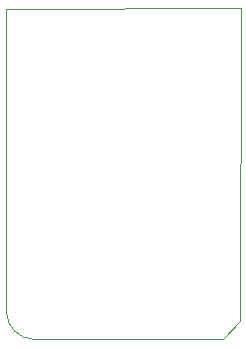
<source format=gbr>
G04 #@! TF.GenerationSoftware,KiCad,Pcbnew,(5.1.6)-1*
G04 #@! TF.CreationDate,2020-12-13T19:15:47+01:00*
G04 #@! TF.ProjectId,ACM-pcb,41434d2d-7063-4622-9e6b-696361645f70,rev?*
G04 #@! TF.SameCoordinates,Original*
G04 #@! TF.FileFunction,Profile,NP*
%FSLAX46Y46*%
G04 Gerber Fmt 4.6, Leading zero omitted, Abs format (unit mm)*
G04 Created by KiCad (PCBNEW (5.1.6)-1) date 2020-12-13 19:15:47*
%MOMM*%
%LPD*%
G01*
G04 APERTURE LIST*
G04 #@! TA.AperFunction,Profile*
%ADD10C,0.050000*%
G04 #@! TD*
G04 APERTURE END LIST*
D10*
X82809080Y-90492580D02*
X81313020Y-91988640D01*
X65297629Y-92012650D02*
G75*
G02*
X62976760Y-89715340I102272J2424311D01*
G01*
X62976760Y-89715340D02*
X62970000Y-64000000D01*
X81313020Y-91988640D02*
X65297629Y-92012650D01*
X82810000Y-63980000D02*
X82809080Y-90492580D01*
X62970000Y-64000000D02*
X82810000Y-63980000D01*
M02*

</source>
